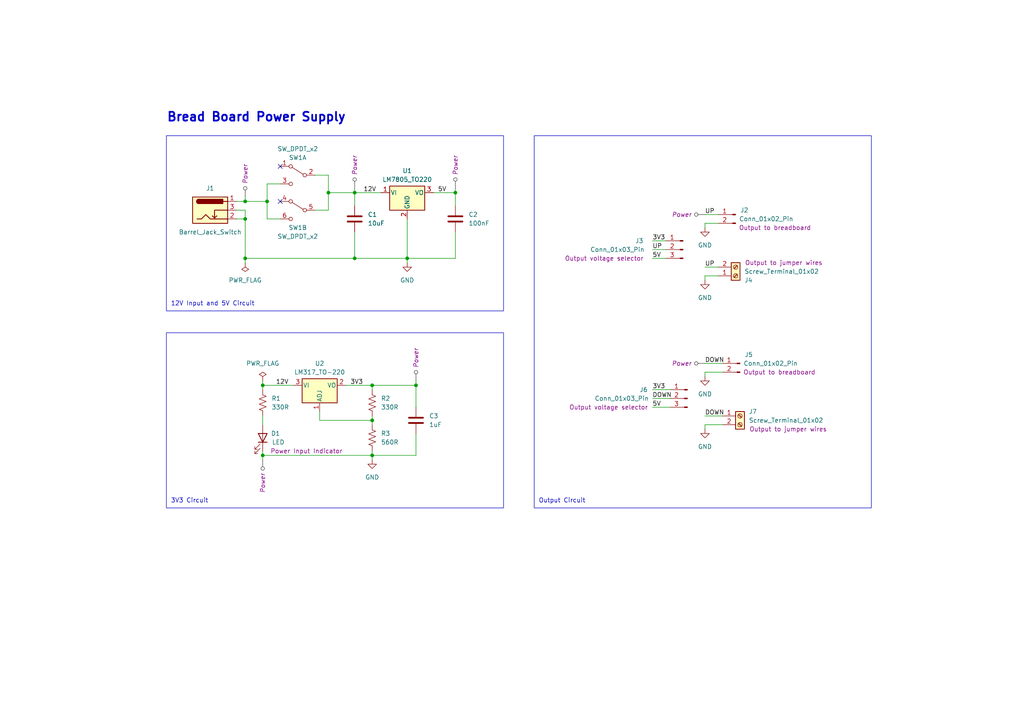
<source format=kicad_sch>
(kicad_sch (version 20230121) (generator eeschema)

  (uuid b7209aa2-ef0a-4991-b8d2-4f0138e7a1d1)

  (paper "A4")

  (title_block
    (title "Bread Board Power Supply")
    (date "2023-12-03")
    (rev "A")
    (company "Project 2 of KiCad Like a Pro")
  )

  (lib_symbols
    (symbol "Connector:Barrel_Jack_Switch" (pin_names hide) (in_bom yes) (on_board yes)
      (property "Reference" "J" (at 0 5.334 0)
        (effects (font (size 1.27 1.27)))
      )
      (property "Value" "Barrel_Jack_Switch" (at 0 -5.08 0)
        (effects (font (size 1.27 1.27)))
      )
      (property "Footprint" "" (at 1.27 -1.016 0)
        (effects (font (size 1.27 1.27)) hide)
      )
      (property "Datasheet" "~" (at 1.27 -1.016 0)
        (effects (font (size 1.27 1.27)) hide)
      )
      (property "ki_keywords" "DC power barrel jack connector" (at 0 0 0)
        (effects (font (size 1.27 1.27)) hide)
      )
      (property "ki_description" "DC Barrel Jack with an internal switch" (at 0 0 0)
        (effects (font (size 1.27 1.27)) hide)
      )
      (property "ki_fp_filters" "BarrelJack*" (at 0 0 0)
        (effects (font (size 1.27 1.27)) hide)
      )
      (symbol "Barrel_Jack_Switch_0_1"
        (rectangle (start -5.08 3.81) (end 5.08 -3.81)
          (stroke (width 0.254) (type default))
          (fill (type background))
        )
        (arc (start -3.302 3.175) (mid -3.9343 2.54) (end -3.302 1.905)
          (stroke (width 0.254) (type default))
          (fill (type none))
        )
        (arc (start -3.302 3.175) (mid -3.9343 2.54) (end -3.302 1.905)
          (stroke (width 0.254) (type default))
          (fill (type outline))
        )
        (polyline
          (pts
            (xy 1.27 -2.286)
            (xy 1.905 -1.651)
          )
          (stroke (width 0.254) (type default))
          (fill (type none))
        )
        (polyline
          (pts
            (xy 5.08 2.54)
            (xy 3.81 2.54)
          )
          (stroke (width 0.254) (type default))
          (fill (type none))
        )
        (polyline
          (pts
            (xy 5.08 0)
            (xy 1.27 0)
            (xy 1.27 -2.286)
            (xy 0.635 -1.651)
          )
          (stroke (width 0.254) (type default))
          (fill (type none))
        )
        (polyline
          (pts
            (xy -3.81 -2.54)
            (xy -2.54 -2.54)
            (xy -1.27 -1.27)
            (xy 0 -2.54)
            (xy 2.54 -2.54)
            (xy 5.08 -2.54)
          )
          (stroke (width 0.254) (type default))
          (fill (type none))
        )
        (rectangle (start 3.683 3.175) (end -3.302 1.905)
          (stroke (width 0.254) (type default))
          (fill (type outline))
        )
      )
      (symbol "Barrel_Jack_Switch_1_1"
        (pin passive line (at 7.62 2.54 180) (length 2.54)
          (name "~" (effects (font (size 1.27 1.27))))
          (number "1" (effects (font (size 1.27 1.27))))
        )
        (pin passive line (at 7.62 -2.54 180) (length 2.54)
          (name "~" (effects (font (size 1.27 1.27))))
          (number "2" (effects (font (size 1.27 1.27))))
        )
        (pin passive line (at 7.62 0 180) (length 2.54)
          (name "~" (effects (font (size 1.27 1.27))))
          (number "3" (effects (font (size 1.27 1.27))))
        )
      )
    )
    (symbol "Connector:Conn_01x02_Pin" (pin_names (offset 1.016) hide) (in_bom yes) (on_board yes)
      (property "Reference" "J" (at 0 2.54 0)
        (effects (font (size 1.27 1.27)))
      )
      (property "Value" "Conn_01x02_Pin" (at 0 -5.08 0)
        (effects (font (size 1.27 1.27)))
      )
      (property "Footprint" "" (at 0 0 0)
        (effects (font (size 1.27 1.27)) hide)
      )
      (property "Datasheet" "~" (at 0 0 0)
        (effects (font (size 1.27 1.27)) hide)
      )
      (property "ki_locked" "" (at 0 0 0)
        (effects (font (size 1.27 1.27)))
      )
      (property "ki_keywords" "connector" (at 0 0 0)
        (effects (font (size 1.27 1.27)) hide)
      )
      (property "ki_description" "Generic connector, single row, 01x02, script generated" (at 0 0 0)
        (effects (font (size 1.27 1.27)) hide)
      )
      (property "ki_fp_filters" "Connector*:*_1x??_*" (at 0 0 0)
        (effects (font (size 1.27 1.27)) hide)
      )
      (symbol "Conn_01x02_Pin_1_1"
        (polyline
          (pts
            (xy 1.27 -2.54)
            (xy 0.8636 -2.54)
          )
          (stroke (width 0.1524) (type default))
          (fill (type none))
        )
        (polyline
          (pts
            (xy 1.27 0)
            (xy 0.8636 0)
          )
          (stroke (width 0.1524) (type default))
          (fill (type none))
        )
        (rectangle (start 0.8636 -2.413) (end 0 -2.667)
          (stroke (width 0.1524) (type default))
          (fill (type outline))
        )
        (rectangle (start 0.8636 0.127) (end 0 -0.127)
          (stroke (width 0.1524) (type default))
          (fill (type outline))
        )
        (pin passive line (at 5.08 0 180) (length 3.81)
          (name "Pin_1" (effects (font (size 1.27 1.27))))
          (number "1" (effects (font (size 1.27 1.27))))
        )
        (pin passive line (at 5.08 -2.54 180) (length 3.81)
          (name "Pin_2" (effects (font (size 1.27 1.27))))
          (number "2" (effects (font (size 1.27 1.27))))
        )
      )
    )
    (symbol "Connector:Conn_01x03_Pin" (pin_names (offset 1.016) hide) (in_bom yes) (on_board yes)
      (property "Reference" "J" (at 0 5.08 0)
        (effects (font (size 1.27 1.27)))
      )
      (property "Value" "Conn_01x03_Pin" (at 0 -5.08 0)
        (effects (font (size 1.27 1.27)))
      )
      (property "Footprint" "" (at 0 0 0)
        (effects (font (size 1.27 1.27)) hide)
      )
      (property "Datasheet" "~" (at 0 0 0)
        (effects (font (size 1.27 1.27)) hide)
      )
      (property "ki_locked" "" (at 0 0 0)
        (effects (font (size 1.27 1.27)))
      )
      (property "ki_keywords" "connector" (at 0 0 0)
        (effects (font (size 1.27 1.27)) hide)
      )
      (property "ki_description" "Generic connector, single row, 01x03, script generated" (at 0 0 0)
        (effects (font (size 1.27 1.27)) hide)
      )
      (property "ki_fp_filters" "Connector*:*_1x??_*" (at 0 0 0)
        (effects (font (size 1.27 1.27)) hide)
      )
      (symbol "Conn_01x03_Pin_1_1"
        (polyline
          (pts
            (xy 1.27 -2.54)
            (xy 0.8636 -2.54)
          )
          (stroke (width 0.1524) (type default))
          (fill (type none))
        )
        (polyline
          (pts
            (xy 1.27 0)
            (xy 0.8636 0)
          )
          (stroke (width 0.1524) (type default))
          (fill (type none))
        )
        (polyline
          (pts
            (xy 1.27 2.54)
            (xy 0.8636 2.54)
          )
          (stroke (width 0.1524) (type default))
          (fill (type none))
        )
        (rectangle (start 0.8636 -2.413) (end 0 -2.667)
          (stroke (width 0.1524) (type default))
          (fill (type outline))
        )
        (rectangle (start 0.8636 0.127) (end 0 -0.127)
          (stroke (width 0.1524) (type default))
          (fill (type outline))
        )
        (rectangle (start 0.8636 2.667) (end 0 2.413)
          (stroke (width 0.1524) (type default))
          (fill (type outline))
        )
        (pin passive line (at 5.08 2.54 180) (length 3.81)
          (name "Pin_1" (effects (font (size 1.27 1.27))))
          (number "1" (effects (font (size 1.27 1.27))))
        )
        (pin passive line (at 5.08 0 180) (length 3.81)
          (name "Pin_2" (effects (font (size 1.27 1.27))))
          (number "2" (effects (font (size 1.27 1.27))))
        )
        (pin passive line (at 5.08 -2.54 180) (length 3.81)
          (name "Pin_3" (effects (font (size 1.27 1.27))))
          (number "3" (effects (font (size 1.27 1.27))))
        )
      )
    )
    (symbol "Connector:Screw_Terminal_01x02" (pin_names (offset 1.016) hide) (in_bom yes) (on_board yes)
      (property "Reference" "J" (at 0 2.54 0)
        (effects (font (size 1.27 1.27)))
      )
      (property "Value" "Screw_Terminal_01x02" (at 0 -5.08 0)
        (effects (font (size 1.27 1.27)))
      )
      (property "Footprint" "" (at 0 0 0)
        (effects (font (size 1.27 1.27)) hide)
      )
      (property "Datasheet" "~" (at 0 0 0)
        (effects (font (size 1.27 1.27)) hide)
      )
      (property "ki_keywords" "screw terminal" (at 0 0 0)
        (effects (font (size 1.27 1.27)) hide)
      )
      (property "ki_description" "Generic screw terminal, single row, 01x02, script generated (kicad-library-utils/schlib/autogen/connector/)" (at 0 0 0)
        (effects (font (size 1.27 1.27)) hide)
      )
      (property "ki_fp_filters" "TerminalBlock*:*" (at 0 0 0)
        (effects (font (size 1.27 1.27)) hide)
      )
      (symbol "Screw_Terminal_01x02_1_1"
        (rectangle (start -1.27 1.27) (end 1.27 -3.81)
          (stroke (width 0.254) (type default))
          (fill (type background))
        )
        (circle (center 0 -2.54) (radius 0.635)
          (stroke (width 0.1524) (type default))
          (fill (type none))
        )
        (polyline
          (pts
            (xy -0.5334 -2.2098)
            (xy 0.3302 -3.048)
          )
          (stroke (width 0.1524) (type default))
          (fill (type none))
        )
        (polyline
          (pts
            (xy -0.5334 0.3302)
            (xy 0.3302 -0.508)
          )
          (stroke (width 0.1524) (type default))
          (fill (type none))
        )
        (polyline
          (pts
            (xy -0.3556 -2.032)
            (xy 0.508 -2.8702)
          )
          (stroke (width 0.1524) (type default))
          (fill (type none))
        )
        (polyline
          (pts
            (xy -0.3556 0.508)
            (xy 0.508 -0.3302)
          )
          (stroke (width 0.1524) (type default))
          (fill (type none))
        )
        (circle (center 0 0) (radius 0.635)
          (stroke (width 0.1524) (type default))
          (fill (type none))
        )
        (pin passive line (at -5.08 0 0) (length 3.81)
          (name "Pin_1" (effects (font (size 1.27 1.27))))
          (number "1" (effects (font (size 1.27 1.27))))
        )
        (pin passive line (at -5.08 -2.54 0) (length 3.81)
          (name "Pin_2" (effects (font (size 1.27 1.27))))
          (number "2" (effects (font (size 1.27 1.27))))
        )
      )
    )
    (symbol "Device:C" (pin_numbers hide) (pin_names (offset 0.254)) (in_bom yes) (on_board yes)
      (property "Reference" "C" (at 0.635 2.54 0)
        (effects (font (size 1.27 1.27)) (justify left))
      )
      (property "Value" "C" (at 0.635 -2.54 0)
        (effects (font (size 1.27 1.27)) (justify left))
      )
      (property "Footprint" "" (at 0.9652 -3.81 0)
        (effects (font (size 1.27 1.27)) hide)
      )
      (property "Datasheet" "~" (at 0 0 0)
        (effects (font (size 1.27 1.27)) hide)
      )
      (property "ki_keywords" "cap capacitor" (at 0 0 0)
        (effects (font (size 1.27 1.27)) hide)
      )
      (property "ki_description" "Unpolarized capacitor" (at 0 0 0)
        (effects (font (size 1.27 1.27)) hide)
      )
      (property "ki_fp_filters" "C_*" (at 0 0 0)
        (effects (font (size 1.27 1.27)) hide)
      )
      (symbol "C_0_1"
        (polyline
          (pts
            (xy -2.032 -0.762)
            (xy 2.032 -0.762)
          )
          (stroke (width 0.508) (type default))
          (fill (type none))
        )
        (polyline
          (pts
            (xy -2.032 0.762)
            (xy 2.032 0.762)
          )
          (stroke (width 0.508) (type default))
          (fill (type none))
        )
      )
      (symbol "C_1_1"
        (pin passive line (at 0 3.81 270) (length 2.794)
          (name "~" (effects (font (size 1.27 1.27))))
          (number "1" (effects (font (size 1.27 1.27))))
        )
        (pin passive line (at 0 -3.81 90) (length 2.794)
          (name "~" (effects (font (size 1.27 1.27))))
          (number "2" (effects (font (size 1.27 1.27))))
        )
      )
    )
    (symbol "Device:LED" (pin_numbers hide) (pin_names (offset 1.016) hide) (in_bom yes) (on_board yes)
      (property "Reference" "D" (at 0 2.54 0)
        (effects (font (size 1.27 1.27)))
      )
      (property "Value" "LED" (at 0 -2.54 0)
        (effects (font (size 1.27 1.27)))
      )
      (property "Footprint" "" (at 0 0 0)
        (effects (font (size 1.27 1.27)) hide)
      )
      (property "Datasheet" "~" (at 0 0 0)
        (effects (font (size 1.27 1.27)) hide)
      )
      (property "ki_keywords" "LED diode" (at 0 0 0)
        (effects (font (size 1.27 1.27)) hide)
      )
      (property "ki_description" "Light emitting diode" (at 0 0 0)
        (effects (font (size 1.27 1.27)) hide)
      )
      (property "ki_fp_filters" "LED* LED_SMD:* LED_THT:*" (at 0 0 0)
        (effects (font (size 1.27 1.27)) hide)
      )
      (symbol "LED_0_1"
        (polyline
          (pts
            (xy -1.27 -1.27)
            (xy -1.27 1.27)
          )
          (stroke (width 0.254) (type default))
          (fill (type none))
        )
        (polyline
          (pts
            (xy -1.27 0)
            (xy 1.27 0)
          )
          (stroke (width 0) (type default))
          (fill (type none))
        )
        (polyline
          (pts
            (xy 1.27 -1.27)
            (xy 1.27 1.27)
            (xy -1.27 0)
            (xy 1.27 -1.27)
          )
          (stroke (width 0.254) (type default))
          (fill (type none))
        )
        (polyline
          (pts
            (xy -3.048 -0.762)
            (xy -4.572 -2.286)
            (xy -3.81 -2.286)
            (xy -4.572 -2.286)
            (xy -4.572 -1.524)
          )
          (stroke (width 0) (type default))
          (fill (type none))
        )
        (polyline
          (pts
            (xy -1.778 -0.762)
            (xy -3.302 -2.286)
            (xy -2.54 -2.286)
            (xy -3.302 -2.286)
            (xy -3.302 -1.524)
          )
          (stroke (width 0) (type default))
          (fill (type none))
        )
      )
      (symbol "LED_1_1"
        (pin passive line (at -3.81 0 0) (length 2.54)
          (name "K" (effects (font (size 1.27 1.27))))
          (number "1" (effects (font (size 1.27 1.27))))
        )
        (pin passive line (at 3.81 0 180) (length 2.54)
          (name "A" (effects (font (size 1.27 1.27))))
          (number "2" (effects (font (size 1.27 1.27))))
        )
      )
    )
    (symbol "Device:R_US" (pin_numbers hide) (pin_names (offset 0)) (in_bom yes) (on_board yes)
      (property "Reference" "R" (at 2.54 0 90)
        (effects (font (size 1.27 1.27)))
      )
      (property "Value" "R_US" (at -2.54 0 90)
        (effects (font (size 1.27 1.27)))
      )
      (property "Footprint" "" (at 1.016 -0.254 90)
        (effects (font (size 1.27 1.27)) hide)
      )
      (property "Datasheet" "~" (at 0 0 0)
        (effects (font (size 1.27 1.27)) hide)
      )
      (property "ki_keywords" "R res resistor" (at 0 0 0)
        (effects (font (size 1.27 1.27)) hide)
      )
      (property "ki_description" "Resistor, US symbol" (at 0 0 0)
        (effects (font (size 1.27 1.27)) hide)
      )
      (property "ki_fp_filters" "R_*" (at 0 0 0)
        (effects (font (size 1.27 1.27)) hide)
      )
      (symbol "R_US_0_1"
        (polyline
          (pts
            (xy 0 -2.286)
            (xy 0 -2.54)
          )
          (stroke (width 0) (type default))
          (fill (type none))
        )
        (polyline
          (pts
            (xy 0 2.286)
            (xy 0 2.54)
          )
          (stroke (width 0) (type default))
          (fill (type none))
        )
        (polyline
          (pts
            (xy 0 -0.762)
            (xy 1.016 -1.143)
            (xy 0 -1.524)
            (xy -1.016 -1.905)
            (xy 0 -2.286)
          )
          (stroke (width 0) (type default))
          (fill (type none))
        )
        (polyline
          (pts
            (xy 0 0.762)
            (xy 1.016 0.381)
            (xy 0 0)
            (xy -1.016 -0.381)
            (xy 0 -0.762)
          )
          (stroke (width 0) (type default))
          (fill (type none))
        )
        (polyline
          (pts
            (xy 0 2.286)
            (xy 1.016 1.905)
            (xy 0 1.524)
            (xy -1.016 1.143)
            (xy 0 0.762)
          )
          (stroke (width 0) (type default))
          (fill (type none))
        )
      )
      (symbol "R_US_1_1"
        (pin passive line (at 0 3.81 270) (length 1.27)
          (name "~" (effects (font (size 1.27 1.27))))
          (number "1" (effects (font (size 1.27 1.27))))
        )
        (pin passive line (at 0 -3.81 90) (length 1.27)
          (name "~" (effects (font (size 1.27 1.27))))
          (number "2" (effects (font (size 1.27 1.27))))
        )
      )
    )
    (symbol "Regulator_Linear:LM317_TO-220" (pin_names (offset 0.254)) (in_bom yes) (on_board yes)
      (property "Reference" "U" (at -3.81 3.175 0)
        (effects (font (size 1.27 1.27)))
      )
      (property "Value" "LM317_TO-220" (at 0 3.175 0)
        (effects (font (size 1.27 1.27)) (justify left))
      )
      (property "Footprint" "Package_TO_SOT_THT:TO-220-3_Vertical" (at 0 6.35 0)
        (effects (font (size 1.27 1.27) italic) hide)
      )
      (property "Datasheet" "http://www.ti.com/lit/ds/symlink/lm317.pdf" (at 0 0 0)
        (effects (font (size 1.27 1.27)) hide)
      )
      (property "ki_keywords" "Adjustable Voltage Regulator 1A Positive" (at 0 0 0)
        (effects (font (size 1.27 1.27)) hide)
      )
      (property "ki_description" "1.5A 35V Adjustable Linear Regulator, TO-220" (at 0 0 0)
        (effects (font (size 1.27 1.27)) hide)
      )
      (property "ki_fp_filters" "TO?220*" (at 0 0 0)
        (effects (font (size 1.27 1.27)) hide)
      )
      (symbol "LM317_TO-220_0_1"
        (rectangle (start -5.08 1.905) (end 5.08 -5.08)
          (stroke (width 0.254) (type default))
          (fill (type background))
        )
      )
      (symbol "LM317_TO-220_1_1"
        (pin input line (at 0 -7.62 90) (length 2.54)
          (name "ADJ" (effects (font (size 1.27 1.27))))
          (number "1" (effects (font (size 1.27 1.27))))
        )
        (pin power_out line (at 7.62 0 180) (length 2.54)
          (name "VO" (effects (font (size 1.27 1.27))))
          (number "2" (effects (font (size 1.27 1.27))))
        )
        (pin power_in line (at -7.62 0 0) (length 2.54)
          (name "VI" (effects (font (size 1.27 1.27))))
          (number "3" (effects (font (size 1.27 1.27))))
        )
      )
    )
    (symbol "Regulator_Linear:LM7805_TO220" (pin_names (offset 0.254)) (in_bom yes) (on_board yes)
      (property "Reference" "U" (at -3.81 3.175 0)
        (effects (font (size 1.27 1.27)))
      )
      (property "Value" "LM7805_TO220" (at 0 3.175 0)
        (effects (font (size 1.27 1.27)) (justify left))
      )
      (property "Footprint" "Package_TO_SOT_THT:TO-220-3_Vertical" (at 0 5.715 0)
        (effects (font (size 1.27 1.27) italic) hide)
      )
      (property "Datasheet" "https://www.onsemi.cn/PowerSolutions/document/MC7800-D.PDF" (at 0 -1.27 0)
        (effects (font (size 1.27 1.27)) hide)
      )
      (property "ki_keywords" "Voltage Regulator 1A Positive" (at 0 0 0)
        (effects (font (size 1.27 1.27)) hide)
      )
      (property "ki_description" "Positive 1A 35V Linear Regulator, Fixed Output 5V, TO-220" (at 0 0 0)
        (effects (font (size 1.27 1.27)) hide)
      )
      (property "ki_fp_filters" "TO?220*" (at 0 0 0)
        (effects (font (size 1.27 1.27)) hide)
      )
      (symbol "LM7805_TO220_0_1"
        (rectangle (start -5.08 1.905) (end 5.08 -5.08)
          (stroke (width 0.254) (type default))
          (fill (type background))
        )
      )
      (symbol "LM7805_TO220_1_1"
        (pin power_in line (at -7.62 0 0) (length 2.54)
          (name "VI" (effects (font (size 1.27 1.27))))
          (number "1" (effects (font (size 1.27 1.27))))
        )
        (pin power_in line (at 0 -7.62 90) (length 2.54)
          (name "GND" (effects (font (size 1.27 1.27))))
          (number "2" (effects (font (size 1.27 1.27))))
        )
        (pin power_out line (at 7.62 0 180) (length 2.54)
          (name "VO" (effects (font (size 1.27 1.27))))
          (number "3" (effects (font (size 1.27 1.27))))
        )
      )
    )
    (symbol "Switch:SW_DPDT_x2" (pin_names (offset 0) hide) (in_bom yes) (on_board yes)
      (property "Reference" "SW" (at 0 4.318 0)
        (effects (font (size 1.27 1.27)))
      )
      (property "Value" "SW_DPDT_x2" (at 0 -5.08 0)
        (effects (font (size 1.27 1.27)))
      )
      (property "Footprint" "" (at 0 0 0)
        (effects (font (size 1.27 1.27)) hide)
      )
      (property "Datasheet" "~" (at 0 0 0)
        (effects (font (size 1.27 1.27)) hide)
      )
      (property "ki_keywords" "switch dual-pole double-throw DPDT spdt ON-ON" (at 0 0 0)
        (effects (font (size 1.27 1.27)) hide)
      )
      (property "ki_description" "Switch, dual pole double throw, separate symbols" (at 0 0 0)
        (effects (font (size 1.27 1.27)) hide)
      )
      (property "ki_fp_filters" "SW*DPDT*" (at 0 0 0)
        (effects (font (size 1.27 1.27)) hide)
      )
      (symbol "SW_DPDT_x2_0_0"
        (circle (center -2.032 0) (radius 0.508)
          (stroke (width 0) (type default))
          (fill (type none))
        )
        (circle (center 2.032 -2.54) (radius 0.508)
          (stroke (width 0) (type default))
          (fill (type none))
        )
      )
      (symbol "SW_DPDT_x2_0_1"
        (polyline
          (pts
            (xy -1.524 0.254)
            (xy 1.651 2.286)
          )
          (stroke (width 0) (type default))
          (fill (type none))
        )
        (circle (center 2.032 2.54) (radius 0.508)
          (stroke (width 0) (type default))
          (fill (type none))
        )
      )
      (symbol "SW_DPDT_x2_1_1"
        (pin passive line (at 5.08 2.54 180) (length 2.54)
          (name "A" (effects (font (size 1.27 1.27))))
          (number "1" (effects (font (size 1.27 1.27))))
        )
        (pin passive line (at -5.08 0 0) (length 2.54)
          (name "B" (effects (font (size 1.27 1.27))))
          (number "2" (effects (font (size 1.27 1.27))))
        )
        (pin passive line (at 5.08 -2.54 180) (length 2.54)
          (name "C" (effects (font (size 1.27 1.27))))
          (number "3" (effects (font (size 1.27 1.27))))
        )
      )
      (symbol "SW_DPDT_x2_2_1"
        (pin passive line (at 5.08 2.54 180) (length 2.54)
          (name "A" (effects (font (size 1.27 1.27))))
          (number "4" (effects (font (size 1.27 1.27))))
        )
        (pin passive line (at -5.08 0 0) (length 2.54)
          (name "B" (effects (font (size 1.27 1.27))))
          (number "5" (effects (font (size 1.27 1.27))))
        )
        (pin passive line (at 5.08 -2.54 180) (length 2.54)
          (name "C" (effects (font (size 1.27 1.27))))
          (number "6" (effects (font (size 1.27 1.27))))
        )
      )
    )
    (symbol "power:GND" (power) (pin_names (offset 0)) (in_bom yes) (on_board yes)
      (property "Reference" "#PWR" (at 0 -6.35 0)
        (effects (font (size 1.27 1.27)) hide)
      )
      (property "Value" "GND" (at 0 -3.81 0)
        (effects (font (size 1.27 1.27)))
      )
      (property "Footprint" "" (at 0 0 0)
        (effects (font (size 1.27 1.27)) hide)
      )
      (property "Datasheet" "" (at 0 0 0)
        (effects (font (size 1.27 1.27)) hide)
      )
      (property "ki_keywords" "global power" (at 0 0 0)
        (effects (font (size 1.27 1.27)) hide)
      )
      (property "ki_description" "Power symbol creates a global label with name \"GND\" , ground" (at 0 0 0)
        (effects (font (size 1.27 1.27)) hide)
      )
      (symbol "GND_0_1"
        (polyline
          (pts
            (xy 0 0)
            (xy 0 -1.27)
            (xy 1.27 -1.27)
            (xy 0 -2.54)
            (xy -1.27 -1.27)
            (xy 0 -1.27)
          )
          (stroke (width 0) (type default))
          (fill (type none))
        )
      )
      (symbol "GND_1_1"
        (pin power_in line (at 0 0 270) (length 0) hide
          (name "GND" (effects (font (size 1.27 1.27))))
          (number "1" (effects (font (size 1.27 1.27))))
        )
      )
    )
    (symbol "power:PWR_FLAG" (power) (pin_numbers hide) (pin_names (offset 0) hide) (in_bom yes) (on_board yes)
      (property "Reference" "#FLG" (at 0 1.905 0)
        (effects (font (size 1.27 1.27)) hide)
      )
      (property "Value" "PWR_FLAG" (at 0 3.81 0)
        (effects (font (size 1.27 1.27)))
      )
      (property "Footprint" "" (at 0 0 0)
        (effects (font (size 1.27 1.27)) hide)
      )
      (property "Datasheet" "~" (at 0 0 0)
        (effects (font (size 1.27 1.27)) hide)
      )
      (property "ki_keywords" "flag power" (at 0 0 0)
        (effects (font (size 1.27 1.27)) hide)
      )
      (property "ki_description" "Special symbol for telling ERC where power comes from" (at 0 0 0)
        (effects (font (size 1.27 1.27)) hide)
      )
      (symbol "PWR_FLAG_0_0"
        (pin power_out line (at 0 0 90) (length 0)
          (name "pwr" (effects (font (size 1.27 1.27))))
          (number "1" (effects (font (size 1.27 1.27))))
        )
      )
      (symbol "PWR_FLAG_0_1"
        (polyline
          (pts
            (xy 0 0)
            (xy 0 1.27)
            (xy -1.016 1.905)
            (xy 0 2.54)
            (xy 1.016 1.905)
            (xy 0 1.27)
          )
          (stroke (width 0) (type default))
          (fill (type none))
        )
      )
    )
  )

  (junction (at 107.95 121.92) (diameter 0) (color 0 0 0 0)
    (uuid 0d5d50bd-2e25-4bde-9c1b-881aee97f2f7)
  )
  (junction (at 107.95 132.08) (diameter 0) (color 0 0 0 0)
    (uuid 264d279f-6870-46ad-9246-43c7eacf2b50)
  )
  (junction (at 71.12 74.93) (diameter 0) (color 0 0 0 0)
    (uuid 27c7b235-fc51-4f0a-ae65-a8acf073ab00)
  )
  (junction (at 132.08 55.88) (diameter 0) (color 0 0 0 0)
    (uuid 77ee0721-1b7a-400f-b140-fb2afdf97861)
  )
  (junction (at 77.47 58.42) (diameter 0) (color 0 0 0 0)
    (uuid 85b7925d-1965-494e-99aa-70af3c035c93)
  )
  (junction (at 76.2 132.08) (diameter 0) (color 0 0 0 0)
    (uuid 88837b59-41a5-42cb-9e69-e4a1b8245d39)
  )
  (junction (at 95.25 55.88) (diameter 0) (color 0 0 0 0)
    (uuid 9ba69c16-e59a-4081-9f0f-ecb1ff0f0ae7)
  )
  (junction (at 107.95 111.76) (diameter 0) (color 0 0 0 0)
    (uuid aacfb917-f157-4d8f-adb4-baabb6aedc63)
  )
  (junction (at 71.12 58.42) (diameter 0) (color 0 0 0 0)
    (uuid b02b9105-151a-4b62-875c-18d1235526d5)
  )
  (junction (at 120.65 111.76) (diameter 0) (color 0 0 0 0)
    (uuid d0895400-124f-4005-afe7-8ced216d960e)
  )
  (junction (at 76.2 111.76) (diameter 0) (color 0 0 0 0)
    (uuid dd27045a-e110-46d6-a0dd-737979df9eb3)
  )
  (junction (at 102.87 55.88) (diameter 0) (color 0 0 0 0)
    (uuid dd6f0fcb-287c-4776-9f6b-313cb7627612)
  )
  (junction (at 71.12 63.5) (diameter 0) (color 0 0 0 0)
    (uuid dec810b4-8b97-484b-b0db-23a4d3c04da1)
  )
  (junction (at 102.87 74.93) (diameter 0) (color 0 0 0 0)
    (uuid ee2bff8b-6c3f-4cb0-86ce-1089509c2175)
  )
  (junction (at 118.11 74.93) (diameter 0) (color 0 0 0 0)
    (uuid fa00c5e1-368e-4cd5-866a-e65c297110ff)
  )

  (no_connect (at 81.28 58.42) (uuid 9849e9e0-99f9-4042-958e-297877a28716))
  (no_connect (at 81.28 48.26) (uuid d5ca1b54-542d-411f-b4f1-889176413842))

  (wire (pts (xy 132.08 67.31) (xy 132.08 74.93))
    (stroke (width 0) (type default))
    (uuid 04f39b7c-5882-491a-b09b-c57ad16e5644)
  )
  (wire (pts (xy 208.28 64.77) (xy 204.47 64.77))
    (stroke (width 0) (type default))
    (uuid 06173acd-6564-4fb6-89ac-56cc20e34a87)
  )
  (wire (pts (xy 204.47 105.41) (xy 209.55 105.41))
    (stroke (width 0) (type default))
    (uuid 0c1a0796-2163-4c4c-b4b3-23a5fc8f4d3c)
  )
  (wire (pts (xy 102.87 74.93) (xy 118.11 74.93))
    (stroke (width 0) (type default))
    (uuid 0d943fe2-69de-4bbd-b3a0-15b36e5ad8c1)
  )
  (wire (pts (xy 71.12 60.96) (xy 71.12 63.5))
    (stroke (width 0) (type default))
    (uuid 0db3903d-2a1e-4e9c-bb03-f63f223cdaca)
  )
  (wire (pts (xy 76.2 132.08) (xy 107.95 132.08))
    (stroke (width 0) (type default))
    (uuid 0e6ab777-3de6-4e5a-8a83-67dff3253f65)
  )
  (wire (pts (xy 120.65 118.11) (xy 120.65 111.76))
    (stroke (width 0) (type default))
    (uuid 0e93a517-a95e-4c97-9033-1374d62fdb43)
  )
  (wire (pts (xy 71.12 76.2) (xy 71.12 74.93))
    (stroke (width 0) (type default))
    (uuid 0f633c40-8f9c-4252-a5ad-b1501fba9be8)
  )
  (wire (pts (xy 107.95 132.08) (xy 107.95 130.81))
    (stroke (width 0) (type default))
    (uuid 11af2cb7-2389-4e76-9fe7-5fbde254d13e)
  )
  (wire (pts (xy 71.12 57.15) (xy 71.12 58.42))
    (stroke (width 0) (type default))
    (uuid 1e9bf432-4e34-40a9-9b5d-9aa15ee75efb)
  )
  (wire (pts (xy 125.73 55.88) (xy 132.08 55.88))
    (stroke (width 0) (type default))
    (uuid 24181e7f-dff0-404b-9ede-f0ff4a5b5162)
  )
  (wire (pts (xy 102.87 54.61) (xy 102.87 55.88))
    (stroke (width 0) (type default))
    (uuid 2744a2f9-e884-416d-8e9a-dbbf373da55b)
  )
  (wire (pts (xy 204.47 80.01) (xy 204.47 81.28))
    (stroke (width 0) (type default))
    (uuid 2bfb5044-02b0-4e2f-8ff0-74af6d6a3855)
  )
  (wire (pts (xy 71.12 74.93) (xy 102.87 74.93))
    (stroke (width 0) (type default))
    (uuid 35710ab7-e027-455c-9f32-923abc0d21c6)
  )
  (wire (pts (xy 107.95 121.92) (xy 107.95 123.19))
    (stroke (width 0) (type default))
    (uuid 3644fa2d-49a2-4b75-a942-e137b62e90f4)
  )
  (wire (pts (xy 77.47 53.34) (xy 81.28 53.34))
    (stroke (width 0) (type default))
    (uuid 3a172a99-c711-43e6-a3cf-7548c54c776c)
  )
  (wire (pts (xy 120.65 125.73) (xy 120.65 132.08))
    (stroke (width 0) (type default))
    (uuid 3bb04e08-38fd-4c9e-95b8-e4f1c815b691)
  )
  (wire (pts (xy 68.58 63.5) (xy 71.12 63.5))
    (stroke (width 0) (type default))
    (uuid 3f31a2d4-5a48-4b02-a29d-de6787cd5712)
  )
  (wire (pts (xy 132.08 55.88) (xy 132.08 59.69))
    (stroke (width 0) (type default))
    (uuid 45b80816-d04b-49bb-aa7c-240fbe52f611)
  )
  (wire (pts (xy 189.23 69.85) (xy 193.04 69.85))
    (stroke (width 0) (type default))
    (uuid 4b42d58e-acea-49fa-8d7b-d93487547ccf)
  )
  (wire (pts (xy 189.23 115.57) (xy 194.31 115.57))
    (stroke (width 0) (type default))
    (uuid 4c82522b-54da-402f-93d2-175e8f8f280b)
  )
  (wire (pts (xy 204.47 62.23) (xy 208.28 62.23))
    (stroke (width 0) (type default))
    (uuid 4e14a9f8-6d96-4b48-84e1-2798bee8fd59)
  )
  (wire (pts (xy 95.25 55.88) (xy 102.87 55.88))
    (stroke (width 0) (type default))
    (uuid 581f2f26-90f3-40c3-bded-b9f400b57cdb)
  )
  (wire (pts (xy 71.12 58.42) (xy 77.47 58.42))
    (stroke (width 0) (type default))
    (uuid 63688116-8bc1-4285-9bb9-737c177e27f4)
  )
  (wire (pts (xy 92.71 119.38) (xy 92.71 121.92))
    (stroke (width 0) (type default))
    (uuid 6b35e45f-4f15-4c1f-bc15-4cf1bcc8e211)
  )
  (wire (pts (xy 77.47 63.5) (xy 81.28 63.5))
    (stroke (width 0) (type default))
    (uuid 6ef359e9-b97b-437a-87d7-097a2c12603a)
  )
  (wire (pts (xy 77.47 58.42) (xy 77.47 63.5))
    (stroke (width 0) (type default))
    (uuid 6fc3b50d-02eb-4fa2-8fff-15149fa3c8a3)
  )
  (wire (pts (xy 120.65 110.49) (xy 120.65 111.76))
    (stroke (width 0) (type default))
    (uuid 70acba76-b7cd-4341-a7bd-aac536e7fde0)
  )
  (wire (pts (xy 107.95 111.76) (xy 107.95 113.03))
    (stroke (width 0) (type default))
    (uuid 7595e43d-6d21-4904-8b3e-fdc9895f9f85)
  )
  (wire (pts (xy 204.47 107.95) (xy 204.47 109.22))
    (stroke (width 0) (type default))
    (uuid 7dd7e23a-f2b2-4d1c-a677-6975ab110d92)
  )
  (wire (pts (xy 120.65 111.76) (xy 107.95 111.76))
    (stroke (width 0) (type default))
    (uuid 87a9da91-25fb-489f-81a3-53d3cc31ac8a)
  )
  (wire (pts (xy 100.33 111.76) (xy 107.95 111.76))
    (stroke (width 0) (type default))
    (uuid 8a6b73fd-ff38-45e0-bf84-bc3458431a26)
  )
  (wire (pts (xy 91.44 50.8) (xy 95.25 50.8))
    (stroke (width 0) (type default))
    (uuid 8aef2172-bf85-4c35-9aa4-23593514c497)
  )
  (wire (pts (xy 68.58 58.42) (xy 71.12 58.42))
    (stroke (width 0) (type default))
    (uuid 8c6f6709-904a-4281-9fe7-7d15134b56b8)
  )
  (wire (pts (xy 95.25 50.8) (xy 95.25 55.88))
    (stroke (width 0) (type default))
    (uuid 8cfce29b-3253-4818-80cb-6fc1e5f236c1)
  )
  (wire (pts (xy 189.23 72.39) (xy 193.04 72.39))
    (stroke (width 0) (type default))
    (uuid 8df0dad7-350c-4a1c-b0c6-28a25c409f0d)
  )
  (wire (pts (xy 95.25 55.88) (xy 95.25 60.96))
    (stroke (width 0) (type default))
    (uuid 8fe88c89-e332-4a6a-86a4-dd376f3817fa)
  )
  (wire (pts (xy 107.95 132.08) (xy 107.95 133.35))
    (stroke (width 0) (type default))
    (uuid 9039d26d-251c-44a7-b747-c459539c2251)
  )
  (wire (pts (xy 189.23 74.93) (xy 193.04 74.93))
    (stroke (width 0) (type default))
    (uuid 91c5ab0a-840d-4095-a3da-c17f5cd1e44d)
  )
  (wire (pts (xy 77.47 53.34) (xy 77.47 58.42))
    (stroke (width 0) (type default))
    (uuid 93947b6d-00cb-4970-b312-480c46da9f64)
  )
  (wire (pts (xy 209.55 107.95) (xy 204.47 107.95))
    (stroke (width 0) (type default))
    (uuid 96f27c00-72b6-4313-8794-5d53bc2887a2)
  )
  (wire (pts (xy 118.11 74.93) (xy 118.11 76.2))
    (stroke (width 0) (type default))
    (uuid ab5503c5-24f0-47b7-b3d4-a7e478010ac5)
  )
  (wire (pts (xy 102.87 55.88) (xy 110.49 55.88))
    (stroke (width 0) (type default))
    (uuid af2f40a2-576b-4a72-a058-88f7e04d9f00)
  )
  (wire (pts (xy 91.44 60.96) (xy 95.25 60.96))
    (stroke (width 0) (type default))
    (uuid b2239819-032f-4767-93d8-87ff6646cbb4)
  )
  (wire (pts (xy 76.2 111.76) (xy 85.09 111.76))
    (stroke (width 0) (type default))
    (uuid c6c7d2cd-c98f-479c-82cf-3749c019706b)
  )
  (wire (pts (xy 132.08 54.61) (xy 132.08 55.88))
    (stroke (width 0) (type default))
    (uuid c84bc697-8200-44ee-b927-366d8ff3a79a)
  )
  (wire (pts (xy 68.58 60.96) (xy 71.12 60.96))
    (stroke (width 0) (type default))
    (uuid d062a3aa-8945-4a5f-9abb-b6667f51e6c4)
  )
  (wire (pts (xy 204.47 77.47) (xy 208.28 77.47))
    (stroke (width 0) (type default))
    (uuid d065eebb-5ce1-4f79-ba0a-a75d1e183eef)
  )
  (wire (pts (xy 118.11 74.93) (xy 132.08 74.93))
    (stroke (width 0) (type default))
    (uuid d1f7df2d-cc2e-48b3-afe0-2ead86d469b3)
  )
  (wire (pts (xy 71.12 63.5) (xy 71.12 74.93))
    (stroke (width 0) (type default))
    (uuid d209e3a7-0efd-4ed4-85bd-9145ba0807a7)
  )
  (wire (pts (xy 120.65 132.08) (xy 107.95 132.08))
    (stroke (width 0) (type default))
    (uuid d5999abc-0bdf-4637-9646-cd011aa95185)
  )
  (wire (pts (xy 76.2 120.65) (xy 76.2 123.19))
    (stroke (width 0) (type default))
    (uuid d7f9ebe3-7f10-49da-bcb6-f170f986d613)
  )
  (wire (pts (xy 102.87 55.88) (xy 102.87 59.69))
    (stroke (width 0) (type default))
    (uuid d813f041-4072-4cc4-8da5-cba135bccec0)
  )
  (wire (pts (xy 107.95 120.65) (xy 107.95 121.92))
    (stroke (width 0) (type default))
    (uuid dbd8cdf9-75bb-4565-aa4b-07d69ac87b36)
  )
  (wire (pts (xy 189.23 118.11) (xy 194.31 118.11))
    (stroke (width 0) (type default))
    (uuid dbf0367f-9b84-45a2-9171-8856c652ede3)
  )
  (wire (pts (xy 209.55 123.19) (xy 204.47 123.19))
    (stroke (width 0) (type default))
    (uuid dd42a8ad-348c-4e60-9077-350798210b2d)
  )
  (wire (pts (xy 204.47 80.01) (xy 208.28 80.01))
    (stroke (width 0) (type default))
    (uuid ddac4ef9-0013-400d-9303-f526ded31051)
  )
  (wire (pts (xy 204.47 120.65) (xy 209.55 120.65))
    (stroke (width 0) (type default))
    (uuid de7f3473-e4be-4791-9680-f6fc5b63209b)
  )
  (wire (pts (xy 189.23 113.03) (xy 194.31 113.03))
    (stroke (width 0) (type default))
    (uuid de8db758-b457-4b18-b2d4-482e23547dba)
  )
  (wire (pts (xy 76.2 110.49) (xy 76.2 111.76))
    (stroke (width 0) (type default))
    (uuid e33f214f-b0e6-440a-a004-46388ed71c16)
  )
  (wire (pts (xy 76.2 130.81) (xy 76.2 132.08))
    (stroke (width 0) (type default))
    (uuid e38f81a4-6cc2-468f-9baf-897078a67a79)
  )
  (wire (pts (xy 118.11 63.5) (xy 118.11 74.93))
    (stroke (width 0) (type default))
    (uuid e825f7ef-cb01-448f-ac02-c9f0c8d06d7e)
  )
  (wire (pts (xy 204.47 123.19) (xy 204.47 124.46))
    (stroke (width 0) (type default))
    (uuid eb0739bd-86be-4028-8bbb-6b700c7fc0d6)
  )
  (wire (pts (xy 92.71 121.92) (xy 107.95 121.92))
    (stroke (width 0) (type default))
    (uuid ed090e26-7e82-4693-bede-212404516bd7)
  )
  (wire (pts (xy 76.2 132.08) (xy 76.2 133.35))
    (stroke (width 0) (type default))
    (uuid ef189d32-14b7-41ba-b35e-768fb7918a1d)
  )
  (wire (pts (xy 204.47 64.77) (xy 204.47 66.04))
    (stroke (width 0) (type default))
    (uuid f05c380d-1170-42b5-9c2b-8be8bbfc79a7)
  )
  (wire (pts (xy 102.87 67.31) (xy 102.87 74.93))
    (stroke (width 0) (type default))
    (uuid f67a31ee-a22d-4a5d-883d-ce4a00f2a5fb)
  )
  (wire (pts (xy 76.2 113.03) (xy 76.2 111.76))
    (stroke (width 0) (type default))
    (uuid fbc2227b-6547-4749-9cd0-0fd7b38440e7)
  )

  (rectangle (start 48.26 39.37) (end 146.05 90.17)
    (stroke (width 0) (type default))
    (fill (type none))
    (uuid 80c012d1-c9cf-4bc3-b068-4299a631c392)
  )
  (rectangle (start 48.26 96.52) (end 146.05 147.32)
    (stroke (width 0) (type default))
    (fill (type none))
    (uuid 8678c232-4da7-4991-8234-27d0e19c5307)
  )
  (rectangle (start 154.94 39.37) (end 252.73 147.32)
    (stroke (width 0) (type default))
    (fill (type none))
    (uuid f2d49f8a-2af1-44f3-a58c-10bfc66a1e4d)
  )

  (text "Bread Board Power Supply" (at 48.26 35.56 0)
    (effects (font (size 2.54 2.54) (thickness 0.508) bold) (justify left bottom))
    (uuid 06c8daee-9d2b-4d57-9d0a-9f7770d0f1d3)
  )
  (text "3V3 Circuit" (at 49.53 146.05 0)
    (effects (font (size 1.27 1.27)) (justify left bottom))
    (uuid 1e0373bc-dfde-4bd4-b348-beeb8395f4fc)
  )
  (text "12V Input and 5V Circuit" (at 49.53 88.9 0)
    (effects (font (size 1.27 1.27)) (justify left bottom))
    (uuid be71b75f-4ee6-4f0b-bfe7-bab9213b2369)
  )
  (text "Output Circuit" (at 156.21 146.05 0)
    (effects (font (size 1.27 1.27)) (justify left bottom))
    (uuid d507f84d-55f0-4a28-9ef1-71d585674e6b)
  )

  (label "3V3" (at 101.6 111.76 0) (fields_autoplaced)
    (effects (font (size 1.27 1.27)) (justify left bottom))
    (uuid 2a7c89ce-7d1b-4102-aaff-21c9c6235bb3)
  )
  (label "DOWN" (at 189.23 115.57 0) (fields_autoplaced)
    (effects (font (size 1.27 1.27)) (justify left bottom))
    (uuid 5da873c3-050d-4967-bb59-e2ca0a5830f6)
  )
  (label "DOWN" (at 204.47 120.65 0) (fields_autoplaced)
    (effects (font (size 1.27 1.27)) (justify left bottom))
    (uuid 63e96b3c-9192-44b3-9d55-c54b333c48e8)
  )
  (label "5V" (at 189.23 118.11 0) (fields_autoplaced)
    (effects (font (size 1.27 1.27)) (justify left bottom))
    (uuid 86159ce1-f99d-4e33-88a8-8cffde20a676)
  )
  (label "3V3" (at 189.23 113.03 0) (fields_autoplaced)
    (effects (font (size 1.27 1.27)) (justify left bottom))
    (uuid 8bdaf262-17c2-4968-bd82-8c03a72df23e)
  )
  (label "12V" (at 80.01 111.76 0) (fields_autoplaced)
    (effects (font (size 1.27 1.27)) (justify left bottom))
    (uuid 8db28291-36f1-4e79-85ee-a73d954f92f4)
  )
  (label "5V" (at 127 55.88 0) (fields_autoplaced)
    (effects (font (size 1.27 1.27)) (justify left bottom))
    (uuid a7552976-e182-4a43-8f53-f9606e264983)
  )
  (label "3V3" (at 189.23 69.85 0) (fields_autoplaced)
    (effects (font (size 1.27 1.27)) (justify left bottom))
    (uuid bf4a3e82-0516-495c-8ed5-5e4e3f1c3e07)
  )
  (label "UP" (at 189.23 72.39 0) (fields_autoplaced)
    (effects (font (size 1.27 1.27)) (justify left bottom))
    (uuid d033c026-a029-4228-af71-112029c82e32)
  )
  (label "12V" (at 105.41 55.88 0) (fields_autoplaced)
    (effects (font (size 1.27 1.27)) (justify left bottom))
    (uuid d38781b7-dbe2-4a7d-a53a-29e09f88c8f6)
  )
  (label "DOWN" (at 204.47 105.41 0) (fields_autoplaced)
    (effects (font (size 1.27 1.27)) (justify left bottom))
    (uuid d9fbdb57-49ff-4f3a-9896-b45ab40a03be)
  )
  (label "UP" (at 204.47 77.47 0) (fields_autoplaced)
    (effects (font (size 1.27 1.27)) (justify left bottom))
    (uuid dbc0864c-45a9-4a87-af47-6716f77b8321)
  )
  (label "5V" (at 189.23 74.93 0) (fields_autoplaced)
    (effects (font (size 1.27 1.27)) (justify left bottom))
    (uuid e4f81840-557c-4729-8277-adbf76e7b3eb)
  )
  (label "UP" (at 204.47 62.23 0) (fields_autoplaced)
    (effects (font (size 1.27 1.27)) (justify left bottom))
    (uuid f7153b71-4355-4d48-9573-9cb3fd38eb46)
  )

  (netclass_flag "" (length 2.54) (shape round) (at 132.08 54.61 0)
    (effects (font (size 1.27 1.27)) (justify left bottom))
    (uuid 02399ae0-d385-4668-822d-3be7cb74492e)
    (property "Netclass" "Power" (at 132.08 50.8 90)
      (effects (font (size 1.27 1.27) italic) (justify left))
    )
  )
  (netclass_flag "" (length 2.54) (shape round) (at 204.47 105.41 90)
    (effects (font (size 1.27 1.27)) (justify left bottom))
    (uuid 473d2e54-df39-49f9-85d3-be49382bbee1)
    (property "Netclass" "Power" (at 200.66 105.41 0)
      (effects (font (size 1.27 1.27) italic) (justify right))
    )
  )
  (netclass_flag "" (length 2.54) (shape round) (at 71.12 57.15 0)
    (effects (font (size 1.27 1.27)) (justify left bottom))
    (uuid 5b0820c7-6a25-4b93-9334-911249e9c1ac)
    (property "Netclass" "Power" (at 71.12 53.34 90)
      (effects (font (size 1.27 1.27) italic) (justify left))
    )
  )
  (netclass_flag "" (length 2.54) (shape round) (at 76.2 133.35 180)
    (effects (font (size 1.27 1.27)) (justify right bottom))
    (uuid 95b0d449-6fc0-421d-a4d5-1a2ffeb42f13)
    (property "Netclass" "Power" (at 76.2 137.16 90)
      (effects (font (size 1.27 1.27) italic) (justify right))
    )
  )
  (netclass_flag "" (length 2.54) (shape round) (at 204.47 62.23 90)
    (effects (font (size 1.27 1.27)) (justify left bottom))
    (uuid b5dad4bb-4ca6-4cfe-98c6-349c378318af)
    (property "Netclass" "Power" (at 200.66 62.23 0)
      (effects (font (size 1.27 1.27) italic) (justify right))
    )
  )
  (netclass_flag "" (length 2.54) (shape round) (at 120.65 110.49 0)
    (effects (font (size 1.27 1.27)) (justify left bottom))
    (uuid d02ab444-cd25-4a4f-bc09-5ceedd819748)
    (property "Netclass" "Power" (at 120.65 106.68 90)
      (effects (font (size 1.27 1.27) italic) (justify left))
    )
  )
  (netclass_flag "" (length 2.54) (shape round) (at 102.87 54.61 0)
    (effects (font (size 1.27 1.27)) (justify left bottom))
    (uuid f1c75e38-797e-4881-a2f6-299102d979ef)
    (property "Netclass" "Power" (at 102.87 50.8 90)
      (effects (font (size 1.27 1.27) italic) (justify left))
    )
  )

  (symbol (lib_id "Device:C") (at 102.87 63.5 0) (unit 1)
    (in_bom yes) (on_board yes) (dnp no) (fields_autoplaced)
    (uuid 00ec7079-26ba-4b0b-acc7-568a2651ba3f)
    (property "Reference" "C1" (at 106.68 62.23 0)
      (effects (font (size 1.27 1.27)) (justify left))
    )
    (property "Value" "10uF" (at 106.68 64.77 0)
      (effects (font (size 1.27 1.27)) (justify left))
    )
    (property "Footprint" "Capacitor_THT:C_Disc_D3.0mm_W1.6mm_P2.50mm" (at 103.8352 67.31 0)
      (effects (font (size 1.27 1.27)) hide)
    )
    (property "Datasheet" "~" (at 102.87 63.5 0)
      (effects (font (size 1.27 1.27)) hide)
    )
    (pin "1" (uuid cb642f65-36f8-47eb-a091-90738a650fbd))
    (pin "2" (uuid 302dbb25-f51e-448c-89c9-feff4ca86e0b))
    (instances
      (project "bread_board_power_supply"
        (path "/b7209aa2-ef0a-4991-b8d2-4f0138e7a1d1"
          (reference "C1") (unit 1)
        )
      )
    )
  )

  (symbol (lib_id "power:GND") (at 204.47 109.22 0) (unit 1)
    (in_bom yes) (on_board yes) (dnp no) (fields_autoplaced)
    (uuid 2b0e0513-d498-467e-89e6-b52e2223fc86)
    (property "Reference" "#PWR04" (at 204.47 115.57 0)
      (effects (font (size 1.27 1.27)) hide)
    )
    (property "Value" "GND" (at 204.47 114.3 0)
      (effects (font (size 1.27 1.27)))
    )
    (property "Footprint" "" (at 204.47 109.22 0)
      (effects (font (size 1.27 1.27)) hide)
    )
    (property "Datasheet" "" (at 204.47 109.22 0)
      (effects (font (size 1.27 1.27)) hide)
    )
    (pin "1" (uuid fad40481-fcbf-4f06-8859-0ae6e326d612))
    (instances
      (project "bread_board_power_supply"
        (path "/b7209aa2-ef0a-4991-b8d2-4f0138e7a1d1"
          (reference "#PWR04") (unit 1)
        )
      )
    )
  )

  (symbol (lib_id "Device:R_US") (at 76.2 116.84 0) (unit 1)
    (in_bom yes) (on_board yes) (dnp no) (fields_autoplaced)
    (uuid 3527c0cc-ab6d-489f-ac00-f0e11640a7f5)
    (property "Reference" "R1" (at 78.74 115.57 0)
      (effects (font (size 1.27 1.27)) (justify left))
    )
    (property "Value" "330R" (at 78.74 118.11 0)
      (effects (font (size 1.27 1.27)) (justify left))
    )
    (property "Footprint" "Resistor_THT:R_Axial_DIN0204_L3.6mm_D1.6mm_P5.08mm_Horizontal" (at 77.216 117.094 90)
      (effects (font (size 1.27 1.27)) hide)
    )
    (property "Datasheet" "~" (at 76.2 116.84 0)
      (effects (font (size 1.27 1.27)) hide)
    )
    (pin "1" (uuid 6de18194-1a11-4525-9c76-44795c92b993))
    (pin "2" (uuid 49fa29a0-4ea4-4e43-b823-496ca0031504))
    (instances
      (project "bread_board_power_supply"
        (path "/b7209aa2-ef0a-4991-b8d2-4f0138e7a1d1"
          (reference "R1") (unit 1)
        )
      )
    )
  )

  (symbol (lib_id "power:GND") (at 118.11 76.2 0) (unit 1)
    (in_bom yes) (on_board yes) (dnp no) (fields_autoplaced)
    (uuid 3f2f5b70-3e86-41e5-b1c6-11afe3a238f9)
    (property "Reference" "#PWR02" (at 118.11 82.55 0)
      (effects (font (size 1.27 1.27)) hide)
    )
    (property "Value" "GND" (at 118.11 81.28 0)
      (effects (font (size 1.27 1.27)))
    )
    (property "Footprint" "" (at 118.11 76.2 0)
      (effects (font (size 1.27 1.27)) hide)
    )
    (property "Datasheet" "" (at 118.11 76.2 0)
      (effects (font (size 1.27 1.27)) hide)
    )
    (pin "1" (uuid c8f386b1-29fb-49dd-a531-4337fd1de45d))
    (instances
      (project "bread_board_power_supply"
        (path "/b7209aa2-ef0a-4991-b8d2-4f0138e7a1d1"
          (reference "#PWR02") (unit 1)
        )
      )
    )
  )

  (symbol (lib_id "Device:C") (at 120.65 121.92 0) (unit 1)
    (in_bom yes) (on_board yes) (dnp no) (fields_autoplaced)
    (uuid 3fedefc6-9d50-44da-afb7-dcf883929b2d)
    (property "Reference" "C3" (at 124.46 120.65 0)
      (effects (font (size 1.27 1.27)) (justify left))
    )
    (property "Value" "1uF" (at 124.46 123.19 0)
      (effects (font (size 1.27 1.27)) (justify left))
    )
    (property "Footprint" "Capacitor_THT:C_Disc_D3.0mm_W1.6mm_P2.50mm" (at 121.6152 125.73 0)
      (effects (font (size 1.27 1.27)) hide)
    )
    (property "Datasheet" "~" (at 120.65 121.92 0)
      (effects (font (size 1.27 1.27)) hide)
    )
    (pin "1" (uuid 817f3685-a6d4-472e-ba24-0e9e676626b0))
    (pin "2" (uuid 39cbc569-2d1a-4380-b5b9-1b54306eb2af))
    (instances
      (project "bread_board_power_supply"
        (path "/b7209aa2-ef0a-4991-b8d2-4f0138e7a1d1"
          (reference "C3") (unit 1)
        )
      )
    )
  )

  (symbol (lib_id "Connector:Conn_01x02_Pin") (at 213.36 62.23 0) (mirror y) (unit 1)
    (in_bom yes) (on_board yes) (dnp no)
    (uuid 442c40d9-8870-48c5-a06c-70221004a52f)
    (property "Reference" "J2" (at 215.9 60.96 0)
      (effects (font (size 1.27 1.27)))
    )
    (property "Value" "Conn_01x02_Pin" (at 222.25 63.5 0)
      (effects (font (size 1.27 1.27)))
    )
    (property "Footprint" "Connector_PinHeader_2.54mm:PinHeader_1x02_P2.54mm_Vertical" (at 213.36 62.23 0)
      (effects (font (size 1.27 1.27)) hide)
    )
    (property "Datasheet" "~" (at 213.36 62.23 0)
      (effects (font (size 1.27 1.27)) hide)
    )
    (property "Purpose" "Output to breadboard" (at 224.79 66.04 0)
      (effects (font (size 1.27 1.27)))
    )
    (pin "1" (uuid 92712606-def9-4f91-8556-3ee6c49dc7c1))
    (pin "2" (uuid e226825f-2f65-4358-a4f8-9aed866a0009))
    (instances
      (project "bread_board_power_supply"
        (path "/b7209aa2-ef0a-4991-b8d2-4f0138e7a1d1"
          (reference "J2") (unit 1)
        )
      )
    )
  )

  (symbol (lib_id "Connector:Screw_Terminal_01x02") (at 213.36 80.01 0) (mirror x) (unit 1)
    (in_bom yes) (on_board yes) (dnp no)
    (uuid 5baf4e40-8b11-44e4-bfec-b3cfcfcf90c0)
    (property "Reference" "J4" (at 215.9 81.28 0)
      (effects (font (size 1.27 1.27)) (justify left))
    )
    (property "Value" "Screw_Terminal_01x02" (at 215.9 78.74 0)
      (effects (font (size 1.27 1.27)) (justify left))
    )
    (property "Footprint" "TerminalBlock:TerminalBlock_bornier-2_P5.08mm" (at 213.36 80.01 0)
      (effects (font (size 1.27 1.27)) hide)
    )
    (property "Datasheet" "~" (at 213.36 80.01 0)
      (effects (font (size 1.27 1.27)) hide)
    )
    (property "Purpose" "Output to jumper wires" (at 227.33 76.2 0)
      (effects (font (size 1.27 1.27)))
    )
    (pin "1" (uuid 97d178a0-3f88-4de8-89a8-79e696d028d7))
    (pin "2" (uuid cedf2750-d107-4109-8335-dd539143160f))
    (instances
      (project "bread_board_power_supply"
        (path "/b7209aa2-ef0a-4991-b8d2-4f0138e7a1d1"
          (reference "J4") (unit 1)
        )
      )
    )
  )

  (symbol (lib_id "power:PWR_FLAG") (at 71.12 76.2 180) (unit 1)
    (in_bom yes) (on_board yes) (dnp no) (fields_autoplaced)
    (uuid 6dc5266e-5517-4828-acc9-724ddb6c64c7)
    (property "Reference" "#FLG01" (at 71.12 78.105 0)
      (effects (font (size 1.27 1.27)) hide)
    )
    (property "Value" "PWR_FLAG" (at 71.12 81.28 0)
      (effects (font (size 1.27 1.27)))
    )
    (property "Footprint" "" (at 71.12 76.2 0)
      (effects (font (size 1.27 1.27)) hide)
    )
    (property "Datasheet" "~" (at 71.12 76.2 0)
      (effects (font (size 1.27 1.27)) hide)
    )
    (pin "1" (uuid e5f65185-4bc5-4d11-8c5e-41da8c692839))
    (instances
      (project "bread_board_power_supply"
        (path "/b7209aa2-ef0a-4991-b8d2-4f0138e7a1d1"
          (reference "#FLG01") (unit 1)
        )
      )
    )
  )

  (symbol (lib_id "Device:R_US") (at 107.95 127 0) (unit 1)
    (in_bom yes) (on_board yes) (dnp no) (fields_autoplaced)
    (uuid 702f10da-f0e0-4f18-b85c-31424a1ef6c6)
    (property "Reference" "R3" (at 110.49 125.73 0)
      (effects (font (size 1.27 1.27)) (justify left))
    )
    (property "Value" "560R" (at 110.49 128.27 0)
      (effects (font (size 1.27 1.27)) (justify left))
    )
    (property "Footprint" "Resistor_THT:R_Axial_DIN0204_L3.6mm_D1.6mm_P5.08mm_Horizontal" (at 108.966 127.254 90)
      (effects (font (size 1.27 1.27)) hide)
    )
    (property "Datasheet" "~" (at 107.95 127 0)
      (effects (font (size 1.27 1.27)) hide)
    )
    (pin "1" (uuid 19dc187d-5bc9-4e1b-ad8d-d303c9f8a90f))
    (pin "2" (uuid ea40fe09-4955-41e2-99c1-e9c1aad194ea))
    (instances
      (project "bread_board_power_supply"
        (path "/b7209aa2-ef0a-4991-b8d2-4f0138e7a1d1"
          (reference "R3") (unit 1)
        )
      )
    )
  )

  (symbol (lib_id "Regulator_Linear:LM7805_TO220") (at 118.11 55.88 0) (unit 1)
    (in_bom yes) (on_board yes) (dnp no) (fields_autoplaced)
    (uuid 70cdb72c-9f6e-41c1-878a-463b38a9ba73)
    (property "Reference" "U1" (at 118.11 49.53 0)
      (effects (font (size 1.27 1.27)))
    )
    (property "Value" "LM7805_TO220" (at 118.11 52.07 0)
      (effects (font (size 1.27 1.27)))
    )
    (property "Footprint" "Package_TO_SOT_THT:TO-220-3_Vertical" (at 118.11 50.165 0)
      (effects (font (size 1.27 1.27) italic) hide)
    )
    (property "Datasheet" "https://www.onsemi.cn/PowerSolutions/document/MC7800-D.PDF" (at 118.11 57.15 0)
      (effects (font (size 1.27 1.27)) hide)
    )
    (pin "1" (uuid 0d9f887f-7568-4398-8079-4893ceb33203))
    (pin "2" (uuid ae1d7948-0606-4463-b52d-d4f333b81b75))
    (pin "3" (uuid 1809e7a9-8619-4c54-ad21-edf2bc2a9a06))
    (instances
      (project "bread_board_power_supply"
        (path "/b7209aa2-ef0a-4991-b8d2-4f0138e7a1d1"
          (reference "U1") (unit 1)
        )
      )
    )
  )

  (symbol (lib_id "Device:R_US") (at 107.95 116.84 0) (unit 1)
    (in_bom yes) (on_board yes) (dnp no) (fields_autoplaced)
    (uuid 729945e2-cd4f-4a0a-b970-6a15de56d401)
    (property "Reference" "R2" (at 110.49 115.57 0)
      (effects (font (size 1.27 1.27)) (justify left))
    )
    (property "Value" "330R" (at 110.49 118.11 0)
      (effects (font (size 1.27 1.27)) (justify left))
    )
    (property "Footprint" "Resistor_THT:R_Axial_DIN0204_L3.6mm_D1.6mm_P5.08mm_Horizontal" (at 108.966 117.094 90)
      (effects (font (size 1.27 1.27)) hide)
    )
    (property "Datasheet" "~" (at 107.95 116.84 0)
      (effects (font (size 1.27 1.27)) hide)
    )
    (pin "1" (uuid b3486fa1-e7f3-4d8e-b990-ea21aabe9ef3))
    (pin "2" (uuid 9589149c-0f28-42f2-9ef6-d8926470d7e7))
    (instances
      (project "bread_board_power_supply"
        (path "/b7209aa2-ef0a-4991-b8d2-4f0138e7a1d1"
          (reference "R2") (unit 1)
        )
      )
    )
  )

  (symbol (lib_id "Switch:SW_DPDT_x2") (at 86.36 60.96 0) (mirror y) (unit 2)
    (in_bom yes) (on_board yes) (dnp no)
    (uuid 76ecb171-7cce-4044-b644-b0cceaa5508c)
    (property "Reference" "SW1" (at 86.36 66.04 0)
      (effects (font (size 1.27 1.27)))
    )
    (property "Value" "SW_DPDT_x2" (at 86.36 68.58 0)
      (effects (font (size 1.27 1.27)))
    )
    (property "Footprint" "Button_Switch_THT:SW_CuK_JS202011CQN_DPDT_Straight" (at 86.36 60.96 0)
      (effects (font (size 1.27 1.27)) hide)
    )
    (property "Datasheet" "~" (at 86.36 60.96 0)
      (effects (font (size 1.27 1.27)) hide)
    )
    (pin "1" (uuid 1e2b679c-9154-49ae-a139-a92fe2327284))
    (pin "2" (uuid 0ad0f70f-bb55-451e-a4b8-54ab17dca0b3))
    (pin "3" (uuid 60b0117d-cba9-44ba-ae52-ef4a30d721d1))
    (pin "4" (uuid 4e1cb7bd-4c0f-4667-95ff-37788edec171))
    (pin "5" (uuid 6030088b-3f6e-41ef-a603-647f3242b296))
    (pin "6" (uuid 2c91007c-66ab-4808-bb8e-886c2b173b70))
    (instances
      (project "bread_board_power_supply"
        (path "/b7209aa2-ef0a-4991-b8d2-4f0138e7a1d1"
          (reference "SW1") (unit 2)
        )
      )
    )
  )

  (symbol (lib_id "power:GND") (at 204.47 124.46 0) (unit 1)
    (in_bom yes) (on_board yes) (dnp no) (fields_autoplaced)
    (uuid 7e98b00b-06c0-4281-8b16-bb467736ca11)
    (property "Reference" "#PWR05" (at 204.47 130.81 0)
      (effects (font (size 1.27 1.27)) hide)
    )
    (property "Value" "GND" (at 204.47 129.54 0)
      (effects (font (size 1.27 1.27)))
    )
    (property "Footprint" "" (at 204.47 124.46 0)
      (effects (font (size 1.27 1.27)) hide)
    )
    (property "Datasheet" "" (at 204.47 124.46 0)
      (effects (font (size 1.27 1.27)) hide)
    )
    (pin "1" (uuid 715349cb-092b-4cba-a1ac-73ae546ce69f))
    (instances
      (project "bread_board_power_supply"
        (path "/b7209aa2-ef0a-4991-b8d2-4f0138e7a1d1"
          (reference "#PWR05") (unit 1)
        )
      )
    )
  )

  (symbol (lib_id "Connector:Barrel_Jack_Switch") (at 60.96 60.96 0) (unit 1)
    (in_bom yes) (on_board yes) (dnp no)
    (uuid 8048d8f5-432f-48cf-b967-2114e424c5b3)
    (property "Reference" "J1" (at 60.96 54.61 0)
      (effects (font (size 1.27 1.27)))
    )
    (property "Value" "Barrel_Jack_Switch" (at 60.96 67.31 0)
      (effects (font (size 1.27 1.27)))
    )
    (property "Footprint" "Connector_BarrelJack:BarrelJack_Horizontal" (at 62.23 61.976 0)
      (effects (font (size 1.27 1.27)) hide)
    )
    (property "Datasheet" "~" (at 62.23 61.976 0)
      (effects (font (size 1.27 1.27)) hide)
    )
    (pin "1" (uuid b2295cac-84fd-43ba-8b9e-bd19488aed85))
    (pin "2" (uuid 4f26baab-808f-468c-af56-42e0d1d3af69))
    (pin "3" (uuid a0698354-adf7-4dca-8795-4dd2c9d7e60c))
    (instances
      (project "bread_board_power_supply"
        (path "/b7209aa2-ef0a-4991-b8d2-4f0138e7a1d1"
          (reference "J1") (unit 1)
        )
      )
    )
  )

  (symbol (lib_id "Connector:Conn_01x03_Pin") (at 198.12 72.39 0) (mirror y) (unit 1)
    (in_bom yes) (on_board yes) (dnp no)
    (uuid 8a222dd3-5336-4db5-b2c4-029a0a899c16)
    (property "Reference" "J3" (at 185.42 69.85 0)
      (effects (font (size 1.27 1.27)))
    )
    (property "Value" "Conn_01x03_Pin" (at 179.07 72.39 0)
      (effects (font (size 1.27 1.27)))
    )
    (property "Footprint" "Connector_PinHeader_2.54mm:PinHeader_1x03_P2.54mm_Vertical" (at 198.12 72.39 0)
      (effects (font (size 1.27 1.27)) hide)
    )
    (property "Datasheet" "~" (at 198.12 72.39 0)
      (effects (font (size 1.27 1.27)) hide)
    )
    (property "Purpose" "Output voltage selector" (at 175.26 74.93 0)
      (effects (font (size 1.27 1.27)))
    )
    (pin "1" (uuid 4f57df4a-7115-4935-9e41-a6c7fa9548f8))
    (pin "2" (uuid 1c45c1fe-45bb-4236-9176-c25860225202))
    (pin "3" (uuid 1163bc50-0a10-4a8b-b698-3dcbcb4b90c4))
    (instances
      (project "bread_board_power_supply"
        (path "/b7209aa2-ef0a-4991-b8d2-4f0138e7a1d1"
          (reference "J3") (unit 1)
        )
      )
    )
  )

  (symbol (lib_id "Connector:Conn_01x03_Pin") (at 199.39 115.57 0) (mirror y) (unit 1)
    (in_bom yes) (on_board yes) (dnp no)
    (uuid 8e2ed293-8318-4922-98b5-c272ea891612)
    (property "Reference" "J6" (at 186.69 113.03 0)
      (effects (font (size 1.27 1.27)))
    )
    (property "Value" "Conn_01x03_Pin" (at 180.34 115.57 0)
      (effects (font (size 1.27 1.27)))
    )
    (property "Footprint" "Connector_PinHeader_2.54mm:PinHeader_1x03_P2.54mm_Vertical" (at 199.39 115.57 0)
      (effects (font (size 1.27 1.27)) hide)
    )
    (property "Datasheet" "~" (at 199.39 115.57 0)
      (effects (font (size 1.27 1.27)) hide)
    )
    (property "Purpose" "Output voltage selector" (at 176.53 118.11 0)
      (effects (font (size 1.27 1.27)))
    )
    (pin "1" (uuid de4e0cb2-6bc7-462d-85a7-651a1be489e5))
    (pin "2" (uuid 572e2a74-11a5-441c-b2e9-7e7d5e0bc4a7))
    (pin "3" (uuid 5f5dcbe7-af6c-4c20-a28c-3eae10433a25))
    (instances
      (project "bread_board_power_supply"
        (path "/b7209aa2-ef0a-4991-b8d2-4f0138e7a1d1"
          (reference "J6") (unit 1)
        )
      )
    )
  )

  (symbol (lib_id "Regulator_Linear:LM317_TO-220") (at 92.71 111.76 0) (unit 1)
    (in_bom yes) (on_board yes) (dnp no) (fields_autoplaced)
    (uuid 98efcc30-6814-45fb-b95b-6381a2b62386)
    (property "Reference" "U2" (at 92.71 105.41 0)
      (effects (font (size 1.27 1.27)))
    )
    (property "Value" "LM317_TO-220" (at 92.71 107.95 0)
      (effects (font (size 1.27 1.27)))
    )
    (property "Footprint" "Package_TO_SOT_THT:TO-220-3_Vertical" (at 92.71 105.41 0)
      (effects (font (size 1.27 1.27) italic) hide)
    )
    (property "Datasheet" "http://www.ti.com/lit/ds/symlink/lm317.pdf" (at 92.71 111.76 0)
      (effects (font (size 1.27 1.27)) hide)
    )
    (pin "1" (uuid 08ed839f-d9e0-4d1d-bdb3-cf77d16e1855))
    (pin "2" (uuid 0821b182-0de1-4973-8cff-c6ed81938abe))
    (pin "3" (uuid 4036282b-c223-4c9a-89d3-6054d7a6f85e))
    (instances
      (project "bread_board_power_supply"
        (path "/b7209aa2-ef0a-4991-b8d2-4f0138e7a1d1"
          (reference "U2") (unit 1)
        )
      )
    )
  )

  (symbol (lib_id "power:GND") (at 204.47 81.28 0) (unit 1)
    (in_bom yes) (on_board yes) (dnp no) (fields_autoplaced)
    (uuid c2e0296b-13a5-493f-a1b5-2b1530fbb16a)
    (property "Reference" "#PWR03" (at 204.47 87.63 0)
      (effects (font (size 1.27 1.27)) hide)
    )
    (property "Value" "GND" (at 204.47 86.36 0)
      (effects (font (size 1.27 1.27)))
    )
    (property "Footprint" "" (at 204.47 81.28 0)
      (effects (font (size 1.27 1.27)) hide)
    )
    (property "Datasheet" "" (at 204.47 81.28 0)
      (effects (font (size 1.27 1.27)) hide)
    )
    (pin "1" (uuid ce53b6be-2e9f-4fea-b6ab-813b5011e88e))
    (instances
      (project "bread_board_power_supply"
        (path "/b7209aa2-ef0a-4991-b8d2-4f0138e7a1d1"
          (reference "#PWR03") (unit 1)
        )
      )
    )
  )

  (symbol (lib_id "power:PWR_FLAG") (at 76.2 110.49 0) (unit 1)
    (in_bom yes) (on_board yes) (dnp no) (fields_autoplaced)
    (uuid da7eb0f8-6322-4dd9-a1a1-2edf1c1a2e39)
    (property "Reference" "#FLG02" (at 76.2 108.585 0)
      (effects (font (size 1.27 1.27)) hide)
    )
    (property "Value" "PWR_FLAG" (at 76.2 105.41 0)
      (effects (font (size 1.27 1.27)))
    )
    (property "Footprint" "" (at 76.2 110.49 0)
      (effects (font (size 1.27 1.27)) hide)
    )
    (property "Datasheet" "~" (at 76.2 110.49 0)
      (effects (font (size 1.27 1.27)) hide)
    )
    (pin "1" (uuid a8013f1c-2868-46bd-bb08-d57a1e5549bf))
    (instances
      (project "bread_board_power_supply"
        (path "/b7209aa2-ef0a-4991-b8d2-4f0138e7a1d1"
          (reference "#FLG02") (unit 1)
        )
      )
    )
  )

  (symbol (lib_id "Device:LED") (at 76.2 127 270) (mirror x) (unit 1)
    (in_bom yes) (on_board yes) (dnp no)
    (uuid de129843-bdb1-48e0-9c60-8b9e7cf63b75)
    (property "Reference" "D1" (at 81.28 125.73 90)
      (effects (font (size 1.27 1.27)) (justify right))
    )
    (property "Value" "LED" (at 82.55 128.27 90)
      (effects (font (size 1.27 1.27)) (justify right))
    )
    (property "Footprint" "LED_THT:LED_D5.0mm" (at 76.2 127 0)
      (effects (font (size 1.27 1.27)) hide)
    )
    (property "Datasheet" "~" (at 76.2 127 0)
      (effects (font (size 1.27 1.27)) hide)
    )
    (property "Purpose" "Power Input Indicator" (at 88.9 130.81 90)
      (effects (font (size 1.27 1.27)))
    )
    (pin "1" (uuid 1f6d5563-432e-485a-9ded-85b46fb8325f))
    (pin "2" (uuid abf5d3ec-92e6-40a1-9f6f-d859cd329996))
    (instances
      (project "bread_board_power_supply"
        (path "/b7209aa2-ef0a-4991-b8d2-4f0138e7a1d1"
          (reference "D1") (unit 1)
        )
      )
    )
  )

  (symbol (lib_id "Device:C") (at 132.08 63.5 0) (unit 1)
    (in_bom yes) (on_board yes) (dnp no) (fields_autoplaced)
    (uuid e5d6bb32-99e7-473e-8b2f-fc2d095db715)
    (property "Reference" "C2" (at 135.89 62.23 0)
      (effects (font (size 1.27 1.27)) (justify left))
    )
    (property "Value" "100nF" (at 135.89 64.77 0)
      (effects (font (size 1.27 1.27)) (justify left))
    )
    (property "Footprint" "Capacitor_THT:C_Disc_D3.0mm_W1.6mm_P2.50mm" (at 133.0452 67.31 0)
      (effects (font (size 1.27 1.27)) hide)
    )
    (property "Datasheet" "~" (at 132.08 63.5 0)
      (effects (font (size 1.27 1.27)) hide)
    )
    (pin "1" (uuid ba14c110-1e90-44f6-8c52-c1f9cfc1bd46))
    (pin "2" (uuid 89ead20b-fb31-42d4-ae28-b0cc72782e74))
    (instances
      (project "bread_board_power_supply"
        (path "/b7209aa2-ef0a-4991-b8d2-4f0138e7a1d1"
          (reference "C2") (unit 1)
        )
      )
    )
  )

  (symbol (lib_id "Connector:Screw_Terminal_01x02") (at 214.63 120.65 0) (unit 1)
    (in_bom yes) (on_board yes) (dnp no)
    (uuid eb516a10-de34-4ef9-b2bb-231c3025ac57)
    (property "Reference" "J7" (at 217.17 119.38 0)
      (effects (font (size 1.27 1.27)) (justify left))
    )
    (property "Value" "Screw_Terminal_01x02" (at 217.17 121.92 0)
      (effects (font (size 1.27 1.27)) (justify left))
    )
    (property "Footprint" "TerminalBlock:TerminalBlock_bornier-2_P5.08mm" (at 214.63 120.65 0)
      (effects (font (size 1.27 1.27)) hide)
    )
    (property "Datasheet" "~" (at 214.63 120.65 0)
      (effects (font (size 1.27 1.27)) hide)
    )
    (property "Purpose" "Output to jumper wires" (at 228.6 124.46 0)
      (effects (font (size 1.27 1.27)))
    )
    (pin "1" (uuid 76ab7cdd-7ebd-46ae-8c75-80fb47ed1709))
    (pin "2" (uuid 9620b0e5-a69a-44e6-8513-9d80f6d90084))
    (instances
      (project "bread_board_power_supply"
        (path "/b7209aa2-ef0a-4991-b8d2-4f0138e7a1d1"
          (reference "J7") (unit 1)
        )
      )
    )
  )

  (symbol (lib_id "power:GND") (at 204.47 66.04 0) (unit 1)
    (in_bom yes) (on_board yes) (dnp no) (fields_autoplaced)
    (uuid ecfbb6fd-3803-4e1f-b38f-3c23c703eb43)
    (property "Reference" "#PWR01" (at 204.47 72.39 0)
      (effects (font (size 1.27 1.27)) hide)
    )
    (property "Value" "GND" (at 204.47 71.12 0)
      (effects (font (size 1.27 1.27)))
    )
    (property "Footprint" "" (at 204.47 66.04 0)
      (effects (font (size 1.27 1.27)) hide)
    )
    (property "Datasheet" "" (at 204.47 66.04 0)
      (effects (font (size 1.27 1.27)) hide)
    )
    (pin "1" (uuid 45b72cfe-c8ca-44c9-b6a9-f55aa11a6997))
    (instances
      (project "bread_board_power_supply"
        (path "/b7209aa2-ef0a-4991-b8d2-4f0138e7a1d1"
          (reference "#PWR01") (unit 1)
        )
      )
    )
  )

  (symbol (lib_id "Switch:SW_DPDT_x2") (at 86.36 50.8 0) (mirror y) (unit 1)
    (in_bom yes) (on_board yes) (dnp no)
    (uuid eef0f091-6f27-49ae-bcd1-30629aa72479)
    (property "Reference" "SW1" (at 86.36 45.72 0)
      (effects (font (size 1.27 1.27)))
    )
    (property "Value" "SW_DPDT_x2" (at 86.36 43.18 0)
      (effects (font (size 1.27 1.27)))
    )
    (property "Footprint" "Button_Switch_THT:SW_CuK_JS202011CQN_DPDT_Straight" (at 86.36 50.8 0)
      (effects (font (size 1.27 1.27)) hide)
    )
    (property "Datasheet" "~" (at 86.36 50.8 0)
      (effects (font (size 1.27 1.27)) hide)
    )
    (pin "1" (uuid 49db2f47-4c3b-45e0-a6be-15e7a2a64572))
    (pin "2" (uuid 48442848-b70a-4ec6-8cb3-e02ab467bbc3))
    (pin "3" (uuid 7aabe928-61c9-4ee5-bf98-b509fbaa8533))
    (pin "4" (uuid 86143f46-9ff3-4993-9c84-f5f97ba7e151))
    (pin "5" (uuid 885d2e93-8363-4d49-8cc8-468ac34ee743))
    (pin "6" (uuid 61a325a3-5aa6-412d-a68e-5d786c9edfb7))
    (instances
      (project "bread_board_power_supply"
        (path "/b7209aa2-ef0a-4991-b8d2-4f0138e7a1d1"
          (reference "SW1") (unit 1)
        )
      )
    )
  )

  (symbol (lib_id "power:GND") (at 107.95 133.35 0) (unit 1)
    (in_bom yes) (on_board yes) (dnp no) (fields_autoplaced)
    (uuid fb3fb7c3-3407-4aa4-8fa5-b0282e30f70c)
    (property "Reference" "#PWR06" (at 107.95 139.7 0)
      (effects (font (size 1.27 1.27)) hide)
    )
    (property "Value" "GND" (at 107.95 138.43 0)
      (effects (font (size 1.27 1.27)))
    )
    (property "Footprint" "" (at 107.95 133.35 0)
      (effects (font (size 1.27 1.27)) hide)
    )
    (property "Datasheet" "" (at 107.95 133.35 0)
      (effects (font (size 1.27 1.27)) hide)
    )
    (pin "1" (uuid 89b791cb-d0ae-4887-99ef-b0b55987e84a))
    (instances
      (project "bread_board_power_supply"
        (path "/b7209aa2-ef0a-4991-b8d2-4f0138e7a1d1"
          (reference "#PWR06") (unit 1)
        )
      )
    )
  )

  (symbol (lib_id "Connector:Conn_01x02_Pin") (at 214.63 105.41 0) (mirror y) (unit 1)
    (in_bom yes) (on_board yes) (dnp no)
    (uuid fca2b004-5315-46b6-a0d7-755776775f5d)
    (property "Reference" "J5" (at 217.17 102.87 0)
      (effects (font (size 1.27 1.27)))
    )
    (property "Value" "Conn_01x02_Pin" (at 223.52 105.41 0)
      (effects (font (size 1.27 1.27)))
    )
    (property "Footprint" "Connector_PinHeader_2.54mm:PinHeader_1x02_P2.54mm_Vertical" (at 214.63 105.41 0)
      (effects (font (size 1.27 1.27)) hide)
    )
    (property "Datasheet" "~" (at 214.63 105.41 0)
      (effects (font (size 1.27 1.27)) hide)
    )
    (property "Purpose" "Output to breadboard" (at 226.06 107.95 0)
      (effects (font (size 1.27 1.27)))
    )
    (pin "1" (uuid b33f519d-899c-4ad6-a497-37c69d5beca2))
    (pin "2" (uuid 80b62d75-c065-4a8d-bbe8-720eaf2b9c2b))
    (instances
      (project "bread_board_power_supply"
        (path "/b7209aa2-ef0a-4991-b8d2-4f0138e7a1d1"
          (reference "J5") (unit 1)
        )
      )
    )
  )

  (sheet_instances
    (path "/" (page "1"))
  )
)

</source>
